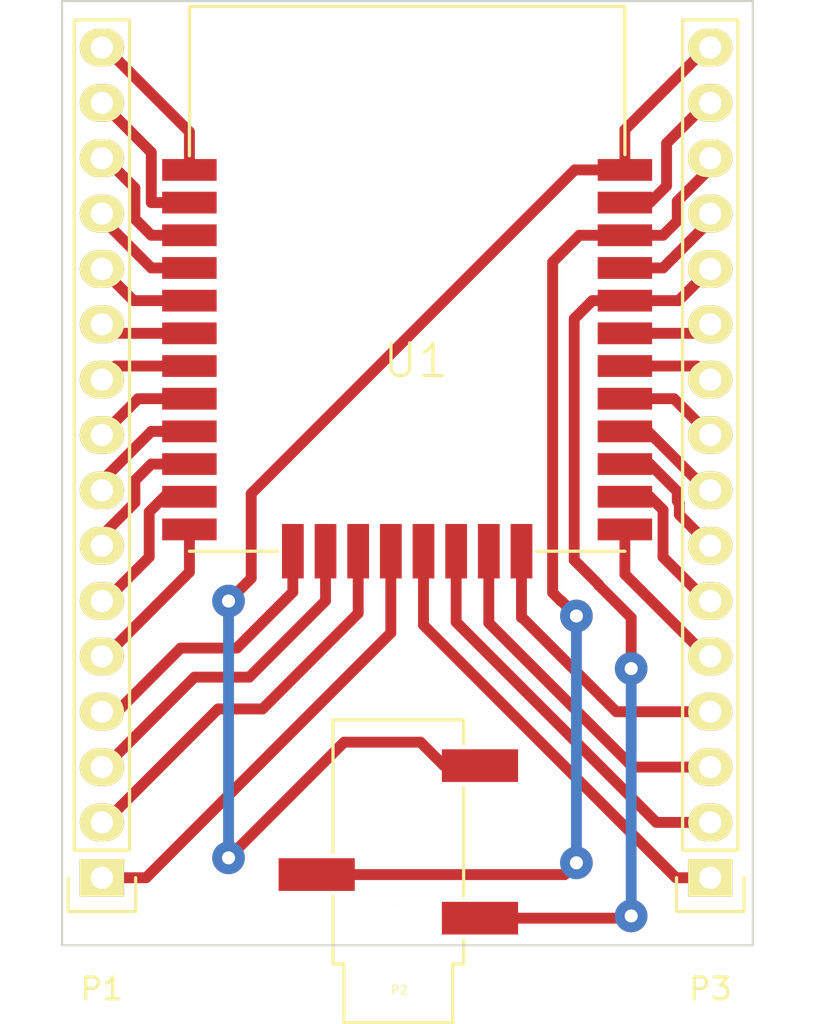
<source format=kicad_pcb>
(kicad_pcb (version 20160815) (host pcbnew 4.1.0-alpha+201608211231+7083~46~ubuntu16.04.1-product)

  (general
    (links 35)
    (no_connects 0)
    (area 142.901199 85.446399 174.725801 128.878801)
    (thickness 1.6)
    (drawings 4)
    (tracks 154)
    (zones 0)
    (modules 4)
    (nets 33)
  )

  (page A4)
  (layers
    (0 F.Cu signal)
    (31 B.Cu signal)
    (32 B.Adhes user)
    (33 F.Adhes user)
    (34 B.Paste user)
    (35 F.Paste user)
    (36 B.SilkS user)
    (37 F.SilkS user)
    (38 B.Mask user)
    (39 F.Mask user)
    (40 Dwgs.User user)
    (41 Cmts.User user)
    (42 Eco1.User user)
    (43 Eco2.User user)
    (44 Edge.Cuts user)
    (45 Margin user)
    (46 B.CrtYd user)
    (47 F.CrtYd user)
    (48 B.Fab user)
    (49 F.Fab user)
  )

  (setup
    (last_trace_width 0.5)
    (trace_clearance 0.25)
    (zone_clearance 0.508)
    (zone_45_only no)
    (trace_min 0.2)
    (segment_width 0.2)
    (edge_width 0.1)
    (via_size 1.5)
    (via_drill 0.6)
    (via_min_size 0.4)
    (via_min_drill 0.3)
    (uvia_size 0.3)
    (uvia_drill 0.1)
    (uvias_allowed no)
    (uvia_min_size 0.2)
    (uvia_min_drill 0.1)
    (pcb_text_width 0.3)
    (pcb_text_size 1.5 1.5)
    (mod_edge_width 0.15)
    (mod_text_size 1 1)
    (mod_text_width 0.15)
    (pad_size 2.032 1.7272)
    (pad_drill 1.016)
    (pad_to_mask_clearance 0)
    (aux_axis_origin 0 0)
    (visible_elements FFFFFF7F)
    (pcbplotparams
      (layerselection 0x00030_80000001)
      (usegerberextensions false)
      (excludeedgelayer true)
      (linewidth 0.600000)
      (plotframeref false)
      (viasonmask false)
      (mode 1)
      (useauxorigin false)
      (hpglpennumber 1)
      (hpglpenspeed 20)
      (hpglpendiameter 15)
      (psnegative false)
      (psa4output false)
      (plotreference true)
      (plotvalue true)
      (plotinvisibletext false)
      (padsonsilk false)
      (subtractmaskfromsilk false)
      (outputformat 1)
      (mirror false)
      (drillshape 1)
      (scaleselection 1)
      (outputdirectory ""))
  )

  (net 0 "")
  (net 1 "Net-(P1-Pad1)")
  (net 2 "Net-(P1-Pad2)")
  (net 3 "Net-(P1-Pad3)")
  (net 4 "Net-(P1-Pad4)")
  (net 5 "Net-(P1-Pad5)")
  (net 6 "Net-(P1-Pad6)")
  (net 7 "Net-(P1-Pad7)")
  (net 8 "Net-(P1-Pad8)")
  (net 9 "Net-(P1-Pad9)")
  (net 10 "Net-(P1-Pad10)")
  (net 11 "Net-(P1-Pad11)")
  (net 12 "Net-(P1-Pad12)")
  (net 13 "Net-(P1-Pad13)")
  (net 14 "Net-(P1-Pad14)")
  (net 15 "Net-(P1-Pad15)")
  (net 16 "Net-(P1-Pad16)")
  (net 17 "Net-(P2-Pad5)")
  (net 18 "Net-(P2-Pad2)")
  (net 19 "Net-(P2-Pad1)")
  (net 20 "Net-(P3-Pad1)")
  (net 21 "Net-(P3-Pad2)")
  (net 22 "Net-(P3-Pad3)")
  (net 23 "Net-(P3-Pad4)")
  (net 24 "Net-(P3-Pad5)")
  (net 25 "Net-(P3-Pad6)")
  (net 26 "Net-(P3-Pad7)")
  (net 27 "Net-(P3-Pad8)")
  (net 28 "Net-(P3-Pad9)")
  (net 29 "Net-(P3-Pad10)")
  (net 30 "Net-(P3-Pad11)")
  (net 31 "Net-(P3-Pad13)")
  (net 32 "Net-(P3-Pad15)")

  (net_class Default "This is the default net class."
    (clearance 0.25)
    (trace_width 0.5)
    (via_dia 1.5)
    (via_drill 0.6)
    (uvia_dia 0.3)
    (uvia_drill 0.1)
    (diff_pair_gap 0.25)
    (diff_pair_width 0.2)
    (add_net "Net-(P1-Pad1)")
    (add_net "Net-(P1-Pad10)")
    (add_net "Net-(P1-Pad11)")
    (add_net "Net-(P1-Pad12)")
    (add_net "Net-(P1-Pad13)")
    (add_net "Net-(P1-Pad14)")
    (add_net "Net-(P1-Pad15)")
    (add_net "Net-(P1-Pad16)")
    (add_net "Net-(P1-Pad2)")
    (add_net "Net-(P1-Pad3)")
    (add_net "Net-(P1-Pad4)")
    (add_net "Net-(P1-Pad5)")
    (add_net "Net-(P1-Pad6)")
    (add_net "Net-(P1-Pad7)")
    (add_net "Net-(P1-Pad8)")
    (add_net "Net-(P1-Pad9)")
    (add_net "Net-(P2-Pad1)")
    (add_net "Net-(P2-Pad2)")
    (add_net "Net-(P2-Pad5)")
    (add_net "Net-(P3-Pad1)")
    (add_net "Net-(P3-Pad10)")
    (add_net "Net-(P3-Pad11)")
    (add_net "Net-(P3-Pad13)")
    (add_net "Net-(P3-Pad15)")
    (add_net "Net-(P3-Pad2)")
    (add_net "Net-(P3-Pad3)")
    (add_net "Net-(P3-Pad4)")
    (add_net "Net-(P3-Pad5)")
    (add_net "Net-(P3-Pad6)")
    (add_net "Net-(P3-Pad7)")
    (add_net "Net-(P3-Pad8)")
    (add_net "Net-(P3-Pad9)")
  )

  (module Pin_Headers:Pin_Header_Straight_1x16 (layer F.Cu) (tedit 5673344E) (tstamp 55EC7A15)
    (at 144.78 125.73 180)
    (descr "Through hole pin header")
    (tags "pin header")
    (path /55EC634B)
    (fp_text reference P1 (at 0 -5.1 180) (layer F.SilkS)
      (effects (font (size 1 1) (thickness 0.15)))
    )
    (fp_text value CONN_01X16 (at -0.2794 -4.318 180) (layer F.Fab)
      (effects (font (size 1 1) (thickness 0.15)))
    )
    (fp_line (start -1.75 -1.75) (end -1.75 39.85) (layer F.CrtYd) (width 0.05))
    (fp_line (start 1.75 -1.75) (end 1.75 39.85) (layer F.CrtYd) (width 0.05))
    (fp_line (start -1.75 -1.75) (end 1.75 -1.75) (layer F.CrtYd) (width 0.05))
    (fp_line (start -1.75 39.85) (end 1.75 39.85) (layer F.CrtYd) (width 0.05))
    (fp_line (start -1.27 1.27) (end -1.27 39.37) (layer F.SilkS) (width 0.15))
    (fp_line (start -1.27 39.37) (end 1.27 39.37) (layer F.SilkS) (width 0.15))
    (fp_line (start 1.27 39.37) (end 1.27 1.27) (layer F.SilkS) (width 0.15))
    (fp_line (start 1.55 -1.55) (end 1.55 0) (layer F.SilkS) (width 0.15))
    (fp_line (start 1.27 1.27) (end -1.27 1.27) (layer F.SilkS) (width 0.15))
    (fp_line (start -1.55 0) (end -1.55 -1.55) (layer F.SilkS) (width 0.15))
    (fp_line (start -1.55 -1.55) (end 1.55 -1.55) (layer F.SilkS) (width 0.15))
    (pad 1 thru_hole rect (at 0 0 180) (size 2.032 1.7272) (drill 1.016) (layers *.Cu *.Mask F.SilkS)
      (net 1 "Net-(P1-Pad1)"))
    (pad 2 thru_hole oval (at 0 2.54 180) (size 2.032 1.7272) (drill 1.016) (layers *.Cu *.Mask F.SilkS)
      (net 2 "Net-(P1-Pad2)"))
    (pad 3 thru_hole oval (at 0 5.08 180) (size 2.032 1.7272) (drill 1.016) (layers *.Cu *.Mask F.SilkS)
      (net 3 "Net-(P1-Pad3)"))
    (pad 4 thru_hole oval (at 0 7.62 180) (size 2.032 1.7272) (drill 1.016) (layers *.Cu *.Mask F.SilkS)
      (net 4 "Net-(P1-Pad4)"))
    (pad 5 thru_hole oval (at 0 10.16 180) (size 2.032 1.7272) (drill 1.016) (layers *.Cu *.Mask F.SilkS)
      (net 5 "Net-(P1-Pad5)"))
    (pad 6 thru_hole oval (at 0 12.7 180) (size 2.032 1.7272) (drill 1.016) (layers *.Cu *.Mask F.SilkS)
      (net 6 "Net-(P1-Pad6)"))
    (pad 7 thru_hole oval (at 0 15.24 180) (size 2.032 1.7272) (drill 1.016) (layers *.Cu *.Mask F.SilkS)
      (net 7 "Net-(P1-Pad7)"))
    (pad 8 thru_hole oval (at 0 17.78 180) (size 2.032 1.7272) (drill 1.016) (layers *.Cu *.Mask F.SilkS)
      (net 8 "Net-(P1-Pad8)"))
    (pad 9 thru_hole oval (at 0 20.32 180) (size 2.032 1.7272) (drill 1.016) (layers *.Cu *.Mask F.SilkS)
      (net 9 "Net-(P1-Pad9)"))
    (pad 10 thru_hole oval (at 0 22.86 180) (size 2.032 1.7272) (drill 1.016) (layers *.Cu *.Mask F.SilkS)
      (net 10 "Net-(P1-Pad10)"))
    (pad 11 thru_hole oval (at 0 25.4 180) (size 2.032 1.7272) (drill 1.016) (layers *.Cu *.Mask F.SilkS)
      (net 11 "Net-(P1-Pad11)"))
    (pad 12 thru_hole oval (at 0 27.94 180) (size 2.032 1.7272) (drill 1.016) (layers *.Cu *.Mask F.SilkS)
      (net 12 "Net-(P1-Pad12)"))
    (pad 13 thru_hole oval (at 0 30.48 180) (size 2.032 1.7272) (drill 1.016) (layers *.Cu *.Mask F.SilkS)
      (net 13 "Net-(P1-Pad13)"))
    (pad 14 thru_hole oval (at 0 33.02 180) (size 2.032 1.7272) (drill 1.016) (layers *.Cu *.Mask F.SilkS)
      (net 14 "Net-(P1-Pad14)"))
    (pad 15 thru_hole oval (at 0 35.56 180) (size 2.032 1.7272) (drill 1.016) (layers *.Cu *.Mask F.SilkS)
      (net 15 "Net-(P1-Pad15)"))
    (pad 16 thru_hole oval (at 0 38.1 180) (size 2.032 1.7272) (drill 1.016) (layers *.Cu *.Mask F.SilkS)
      (net 16 "Net-(P1-Pad16)"))
    (model Pin_Headers.3dshapes/Pin_Header_Straight_1x16.wrl
      (at (xyz 0 -0.75 0))
      (scale (xyz 1 1 1))
      (rotate (xyz 0 0 90))
    )
  )

  (module Pin_Headers:Pin_Header_Straight_1x16 (layer F.Cu) (tedit 56733455) (tstamp 55EC7A32)
    (at 172.72 125.73 180)
    (descr "Through hole pin header")
    (tags "pin header")
    (path /55EC639E)
    (fp_text reference P3 (at 0 -5.1 180) (layer F.SilkS)
      (effects (font (size 1 1) (thickness 0.15)))
    )
    (fp_text value CONN_01X16 (at 0 -3.1 180) (layer F.Fab)
      (effects (font (size 1 1) (thickness 0.15)))
    )
    (fp_line (start -1.75 -1.75) (end -1.75 39.85) (layer F.CrtYd) (width 0.05))
    (fp_line (start 1.75 -1.75) (end 1.75 39.85) (layer F.CrtYd) (width 0.05))
    (fp_line (start -1.75 -1.75) (end 1.75 -1.75) (layer F.CrtYd) (width 0.05))
    (fp_line (start -1.75 39.85) (end 1.75 39.85) (layer F.CrtYd) (width 0.05))
    (fp_line (start -1.27 1.27) (end -1.27 39.37) (layer F.SilkS) (width 0.15))
    (fp_line (start -1.27 39.37) (end 1.27 39.37) (layer F.SilkS) (width 0.15))
    (fp_line (start 1.27 39.37) (end 1.27 1.27) (layer F.SilkS) (width 0.15))
    (fp_line (start 1.55 -1.55) (end 1.55 0) (layer F.SilkS) (width 0.15))
    (fp_line (start 1.27 1.27) (end -1.27 1.27) (layer F.SilkS) (width 0.15))
    (fp_line (start -1.55 0) (end -1.55 -1.55) (layer F.SilkS) (width 0.15))
    (fp_line (start -1.55 -1.55) (end 1.55 -1.55) (layer F.SilkS) (width 0.15))
    (pad 1 thru_hole rect (at 0 0 180) (size 2.032 1.7272) (drill 1.016) (layers *.Cu *.Mask F.SilkS)
      (net 20 "Net-(P3-Pad1)"))
    (pad 2 thru_hole oval (at 0 2.54 180) (size 2.032 1.7272) (drill 1.016) (layers *.Cu *.Mask F.SilkS)
      (net 21 "Net-(P3-Pad2)"))
    (pad 3 thru_hole oval (at 0 5.08 180) (size 2.032 1.7272) (drill 1.016) (layers *.Cu *.Mask F.SilkS)
      (net 22 "Net-(P3-Pad3)"))
    (pad 4 thru_hole oval (at 0 7.62 180) (size 2.032 1.7272) (drill 1.016) (layers *.Cu *.Mask F.SilkS)
      (net 23 "Net-(P3-Pad4)"))
    (pad 5 thru_hole oval (at 0 10.16 180) (size 2.032 1.7272) (drill 1.016) (layers *.Cu *.Mask F.SilkS)
      (net 24 "Net-(P3-Pad5)"))
    (pad 6 thru_hole oval (at 0 12.7 180) (size 2.032 1.7272) (drill 1.016) (layers *.Cu *.Mask F.SilkS)
      (net 25 "Net-(P3-Pad6)"))
    (pad 7 thru_hole oval (at 0 15.24 180) (size 2.032 1.7272) (drill 1.016) (layers *.Cu *.Mask F.SilkS)
      (net 26 "Net-(P3-Pad7)"))
    (pad 8 thru_hole oval (at 0 17.78 180) (size 2.032 1.7272) (drill 1.016) (layers *.Cu *.Mask F.SilkS)
      (net 27 "Net-(P3-Pad8)"))
    (pad 9 thru_hole oval (at 0 20.32 180) (size 2.032 1.7272) (drill 1.016) (layers *.Cu *.Mask F.SilkS)
      (net 28 "Net-(P3-Pad9)"))
    (pad 10 thru_hole oval (at 0 22.86 180) (size 2.032 1.7272) (drill 1.016) (layers *.Cu *.Mask F.SilkS)
      (net 29 "Net-(P3-Pad10)"))
    (pad 11 thru_hole oval (at 0 25.4 180) (size 2.032 1.7272) (drill 1.016) (layers *.Cu *.Mask F.SilkS)
      (net 30 "Net-(P3-Pad11)"))
    (pad 12 thru_hole oval (at 0 27.94 180) (size 2.032 1.7272) (drill 1.016) (layers *.Cu *.Mask F.SilkS)
      (net 19 "Net-(P2-Pad1)"))
    (pad 13 thru_hole oval (at 0 30.48 180) (size 2.032 1.7272) (drill 1.016) (layers *.Cu *.Mask F.SilkS)
      (net 31 "Net-(P3-Pad13)"))
    (pad 14 thru_hole oval (at 0 33.02 180) (size 2.032 1.7272) (drill 1.016) (layers *.Cu *.Mask F.SilkS)
      (net 18 "Net-(P2-Pad2)"))
    (pad 15 thru_hole oval (at 0 35.56 180) (size 2.032 1.7272) (drill 1.016) (layers *.Cu *.Mask F.SilkS)
      (net 32 "Net-(P3-Pad15)"))
    (pad 16 thru_hole oval (at 0 38.1 180) (size 2.032 1.7272) (drill 1.016) (layers *.Cu *.Mask F.SilkS)
      (net 17 "Net-(P2-Pad5)"))
    (model Pin_Headers.3dshapes/Pin_Header_Straight_1x16.wrl
      (at (xyz 0 -0.75 0))
      (scale (xyz 1 1 1))
      (rotate (xyz 0 0 90))
    )
  )

  (module modules:MB-CM15113 (layer F.Cu) (tedit 567337EC) (tstamp 55EC7A56)
    (at 148.8 110.744)
    (path /55EC62E4)
    (fp_text reference U1 (at 10.4 -8.75) (layer F.SilkS)
      (effects (font (size 1.5 1.5) (thickness 0.15)))
    )
    (fp_text value MB-CM15113 (at 10 -13.45) (layer F.Fab)
      (effects (font (size 1.5 1.5) (thickness 0.15)))
    )
    (fp_line (start 20 -18.2) (end 20 -25) (layer F.SilkS) (width 0.15))
    (fp_line (start 20 -25) (end 0 -25) (layer F.SilkS) (width 0.15))
    (fp_line (start 0 -25) (end 0 -18.15) (layer F.SilkS) (width 0.15))
    (fp_line (start 20 0) (end 15.95 0) (layer F.SilkS) (width 0.15))
    (fp_line (start 0 0) (end 4.05 0) (layer F.SilkS) (width 0.15))
    (pad 1 smd rect (at 0 -17.5) (size 2.5 1) (layers F.Cu F.Paste F.Mask)
      (net 16 "Net-(P1-Pad16)"))
    (pad 2 smd rect (at 0 -16) (size 2.5 1) (layers F.Cu F.Paste F.Mask)
      (net 15 "Net-(P1-Pad15)"))
    (pad 3 smd rect (at 0 -14.5) (size 2.5 1) (layers F.Cu F.Paste F.Mask)
      (net 14 "Net-(P1-Pad14)"))
    (pad 4 smd rect (at 0 -13) (size 2.5 1) (layers F.Cu F.Paste F.Mask)
      (net 13 "Net-(P1-Pad13)"))
    (pad 5 smd rect (at 0 -11.5) (size 2.5 1) (layers F.Cu F.Paste F.Mask)
      (net 12 "Net-(P1-Pad12)"))
    (pad 6 smd rect (at 0 -10) (size 2.5 1) (layers F.Cu F.Paste F.Mask)
      (net 11 "Net-(P1-Pad11)"))
    (pad 7 smd rect (at 0 -8.5) (size 2.5 1) (layers F.Cu F.Paste F.Mask)
      (net 10 "Net-(P1-Pad10)"))
    (pad 8 smd rect (at 0 -7) (size 2.5 1) (layers F.Cu F.Paste F.Mask)
      (net 9 "Net-(P1-Pad9)"))
    (pad 9 smd rect (at 0 -5.5) (size 2.5 1) (layers F.Cu F.Paste F.Mask)
      (net 8 "Net-(P1-Pad8)"))
    (pad 10 smd rect (at 0 -4) (size 2.5 1) (layers F.Cu F.Paste F.Mask)
      (net 7 "Net-(P1-Pad7)"))
    (pad 11 smd rect (at 0 -2.5) (size 2.5 1) (layers F.Cu F.Paste F.Mask)
      (net 6 "Net-(P1-Pad6)"))
    (pad 12 smd rect (at 0 -1) (size 2.5 1) (layers F.Cu F.Paste F.Mask)
      (net 5 "Net-(P1-Pad5)"))
    (pad 13 smd rect (at 4.75 0) (size 1 2.5) (layers F.Cu F.Paste F.Mask)
      (net 4 "Net-(P1-Pad4)"))
    (pad 14 smd rect (at 6.25 0) (size 1 2.5) (layers F.Cu F.Paste F.Mask)
      (net 3 "Net-(P1-Pad3)"))
    (pad 15 smd rect (at 7.75 0) (size 1 2.5) (layers F.Cu F.Paste F.Mask)
      (net 2 "Net-(P1-Pad2)"))
    (pad 16 smd rect (at 9.25 0) (size 1 2.5) (layers F.Cu F.Paste F.Mask)
      (net 1 "Net-(P1-Pad1)"))
    (pad 17 smd rect (at 10.75 0) (size 1 2.5) (layers F.Cu F.Paste F.Mask)
      (net 20 "Net-(P3-Pad1)"))
    (pad 18 smd rect (at 12.25 0) (size 1 2.5) (layers F.Cu F.Paste F.Mask)
      (net 21 "Net-(P3-Pad2)"))
    (pad 19 smd rect (at 13.75 0) (size 1 2.5) (layers F.Cu F.Paste F.Mask)
      (net 22 "Net-(P3-Pad3)"))
    (pad 20 smd rect (at 15.25 0) (size 1 2.5) (layers F.Cu F.Paste F.Mask)
      (net 23 "Net-(P3-Pad4)"))
    (pad 32 smd rect (at 20 -17.5) (size 2.5 1) (layers F.Cu F.Paste F.Mask)
      (net 17 "Net-(P2-Pad5)"))
    (pad 31 smd rect (at 20 -16) (size 2.5 1) (layers F.Cu F.Paste F.Mask)
      (net 32 "Net-(P3-Pad15)"))
    (pad 30 smd rect (at 20 -14.5) (size 2.5 1) (layers F.Cu F.Paste F.Mask)
      (net 18 "Net-(P2-Pad2)"))
    (pad 29 smd rect (at 20 -13) (size 2.5 1) (layers F.Cu F.Paste F.Mask)
      (net 31 "Net-(P3-Pad13)"))
    (pad 28 smd rect (at 20 -11.5) (size 2.5 1) (layers F.Cu F.Paste F.Mask)
      (net 19 "Net-(P2-Pad1)"))
    (pad 27 smd rect (at 20 -10) (size 2.5 1) (layers F.Cu F.Paste F.Mask)
      (net 30 "Net-(P3-Pad11)"))
    (pad 26 smd rect (at 20 -8.5) (size 2.5 1) (layers F.Cu F.Paste F.Mask)
      (net 29 "Net-(P3-Pad10)"))
    (pad 25 smd rect (at 20 -7) (size 2.5 1) (layers F.Cu F.Paste F.Mask)
      (net 28 "Net-(P3-Pad9)"))
    (pad 24 smd rect (at 20 -5.5) (size 2.5 1) (layers F.Cu F.Paste F.Mask)
      (net 27 "Net-(P3-Pad8)"))
    (pad 23 smd rect (at 20 -4) (size 2.5 1) (layers F.Cu F.Paste F.Mask)
      (net 26 "Net-(P3-Pad7)"))
    (pad 22 smd rect (at 20 -2.5) (size 2.5 1) (layers F.Cu F.Paste F.Mask)
      (net 25 "Net-(P3-Pad6)"))
    (pad 21 smd rect (at 20 -1) (size 2.5 1) (layers F.Cu F.Paste F.Mask)
      (net 24 "Net-(P3-Pad5)"))
  )

  (module jacks:3.5mm_stereo_jack_PJ320B (layer F.Cu) (tedit 56E198E2) (tstamp 57DF0313)
    (at 158.3944 127.5842 180)
    (path /55EC6792)
    (fp_text reference P2 (at -0.05 -3.3 180) (layer F.SilkS)
      (effects (font (size 0.39878 0.39878) (thickness 0.0508)))
    )
    (fp_text value CONN_01X05 (at 0.11 2.15 270) (layer F.SilkS) hide
      (effects (font (thickness 0.3048)))
    )
    (fp_line (start 3 3) (end 3 9.1) (layer F.SilkS) (width 0.15))
    (fp_line (start 3 9.1) (end -3 9.1) (layer F.SilkS) (width 0.15))
    (fp_line (start -3 9.1) (end -3 8) (layer F.SilkS) (width 0.15))
    (fp_line (start -3 1) (end -3 6) (layer F.SilkS) (width 0.15))
    (fp_line (start -3 -1) (end -3 -2.1) (layer F.SilkS) (width 0.15))
    (fp_line (start -3 -2.1) (end -2.5 -2.1) (layer F.SilkS) (width 0.15))
    (fp_line (start -2.5 -2.1) (end -2.5 -4.8) (layer F.SilkS) (width 0.15))
    (fp_line (start -2.5 -4.8) (end 2.5 -4.8) (layer F.SilkS) (width 0.15))
    (fp_line (start 2.5 -4.8) (end 2.5 -2.1) (layer F.SilkS) (width 0.15))
    (fp_line (start 2.5 -2.1) (end 3 -2.1) (layer F.SilkS) (width 0.15))
    (fp_line (start 3 -2.1) (end 3 1) (layer F.SilkS) (width 0.15))
    (pad "" np_thru_hole circle (at 0 6 180) (size 1.2 1.2) (drill 1.2) (layers *.Cu *.Mask F.SilkS))
    (pad 5 smd rect (at -3.75 7 180) (size 3.5 1.5) (layers F.Cu F.Paste F.Mask)
      (net 17 "Net-(P2-Pad5)"))
    (pad 2 smd rect (at 3.75 2 180) (size 3.5 1.5) (layers F.Cu F.Paste F.Mask)
      (net 18 "Net-(P2-Pad2)"))
    (pad 1 smd rect (at -3.75 0 180) (size 3.5 1.5) (layers F.Cu F.Paste F.Mask)
      (net 19 "Net-(P2-Pad1)"))
    (pad "" np_thru_hole circle (at 0 0 180) (size 1.2 1.2) (drill 1.2) (layers *.Cu *.Mask F.SilkS))
  )

  (gr_line (start 142.9512 85.4964) (end 174.6758 85.4964) (angle 90) (layer Edge.Cuts) (width 0.1))
  (gr_line (start 142.9512 128.8288) (end 174.6758 128.8288) (angle 90) (layer Edge.Cuts) (width 0.1))
  (gr_line (start 142.9512 85.4964) (end 142.9512 128.8288) (angle 90) (layer Edge.Cuts) (width 0.1))
  (gr_line (start 174.6758 128.8034) (end 174.6758 85.4964) (angle 90) (layer Edge.Cuts) (width 0.1))

  (segment (start 144.78 125.73) (end 146.812 125.73) (width 0.5) (layer F.Cu) (net 1))
  (segment (start 146.812 125.73) (end 158.05 114.492) (width 0.5) (layer F.Cu) (net 1) (tstamp 57DF035A))
  (segment (start 158.05 110.744) (end 158.05 114.492) (width 0.5) (layer F.Cu) (net 1))
  (segment (start 144.78 125.73) (end 144.9324 125.73) (width 0.5) (layer F.Cu) (net 1))
  (segment (start 144.78 123.19) (end 144.907 123.19) (width 0.5) (layer F.Cu) (net 2))
  (segment (start 144.907 123.19) (end 150.114 117.983) (width 0.5) (layer F.Cu) (net 2) (tstamp 5674113C))
  (segment (start 150.114 117.983) (end 152.1587 117.983) (width 0.5) (layer F.Cu) (net 2) (tstamp 5674113D))
  (segment (start 152.1587 117.983) (end 156.55 113.5917) (width 0.5) (layer F.Cu) (net 2) (tstamp 56741141))
  (segment (start 156.55 113.5917) (end 156.55 110.744) (width 0.5) (layer F.Cu) (net 2))
  (segment (start 144.78 123.19) (end 144.9324 123.19) (width 0.5) (layer F.Cu) (net 2))
  (segment (start 144.78 120.65) (end 144.907 120.65) (width 0.5) (layer F.Cu) (net 3))
  (segment (start 144.907 120.65) (end 149.0345 116.5225) (width 0.5) (layer F.Cu) (net 3) (tstamp 56741134))
  (segment (start 149.0345 116.5225) (end 151.5491 116.5225) (width 0.5) (layer F.Cu) (net 3) (tstamp 56741135))
  (segment (start 144.9324 120.65) (end 144.78 120.65) (width 0.5) (layer F.Cu) (net 3))
  (segment (start 155.05 113.0216) (end 151.5491 116.5225) (width 0.5) (layer F.Cu) (net 3))
  (segment (start 155.05 110.744) (end 155.05 113.0216) (width 0.5) (layer F.Cu) (net 3))
  (segment (start 144.78 118.11) (end 145.4785 118.11) (width 0.5) (layer F.Cu) (net 4))
  (segment (start 145.4785 118.11) (end 148.3995 115.189) (width 0.5) (layer F.Cu) (net 4) (tstamp 56741227))
  (segment (start 148.3995 115.189) (end 150.9776 115.189) (width 0.5) (layer F.Cu) (net 4) (tstamp 56741228))
  (segment (start 144.78 118.11) (end 144.8435 118.11) (width 0.5) (layer F.Cu) (net 4))
  (segment (start 150.9776 115.189) (end 153.55 112.6166) (width 0.5) (layer F.Cu) (net 4) (tstamp 5674112F))
  (segment (start 144.78 118.11) (end 144.9324 118.11) (width 0.5) (layer F.Cu) (net 4))
  (segment (start 153.55 112.6166) (end 153.55 110.744) (width 0.5) (layer F.Cu) (net 4))
  (segment (start 145.161 115.3414) (end 145.0086 115.3414) (width 0.5) (layer F.Cu) (net 5))
  (segment (start 145.0086 115.3414) (end 144.78 115.57) (width 0.5) (layer F.Cu) (net 5))
  (segment (start 148.8 109.744) (end 148.8 111.7024) (width 0.5) (layer F.Cu) (net 5))
  (segment (start 148.8 111.7024) (end 145.161 115.3414) (width 0.5) (layer F.Cu) (net 5))
  (segment (start 146.9517 111.0107) (end 146.9517 108.942298) (width 0.5) (layer F.Cu) (net 6))
  (segment (start 146.9517 108.942298) (end 147.649998 108.244) (width 0.5) (layer F.Cu) (net 6))
  (segment (start 147.649998 108.244) (end 148.8 108.244) (width 0.5) (layer F.Cu) (net 6))
  (segment (start 144.9324 113.03) (end 146.9517 111.0107) (width 0.5) (layer F.Cu) (net 6))
  (segment (start 144.9324 113.03) (end 144.78 113.03) (width 0.5) (layer F.Cu) (net 6))
  (segment (start 144.78 110.49) (end 144.78 110.030835) (width 0.5) (layer F.Cu) (net 7))
  (segment (start 144.78 110.030835) (end 146.29601 108.514825) (width 0.5) (layer F.Cu) (net 7))
  (segment (start 146.29601 107.49799) (end 146.29601 108.514825) (width 0.5) (layer F.Cu) (net 7))
  (segment (start 148.8 106.744) (end 147.05 106.744) (width 0.5) (layer F.Cu) (net 7))
  (segment (start 147.05 106.744) (end 146.29601 107.49799) (width 0.5) (layer F.Cu) (net 7))
  (segment (start 148.8 105.244) (end 147.05 105.244) (width 0.5) (layer F.Cu) (net 8))
  (segment (start 144.78 107.514) (end 144.78 107.95) (width 0.5) (layer F.Cu) (net 8))
  (segment (start 147.05 105.244) (end 144.78 107.514) (width 0.5) (layer F.Cu) (net 8))
  (segment (start 148.8 103.744) (end 146.446 103.744) (width 0.5) (layer F.Cu) (net 9))
  (segment (start 146.446 103.744) (end 144.78 105.41) (width 0.5) (layer F.Cu) (net 9))
  (segment (start 148.8 102.244) (end 145.406 102.244) (width 0.5) (layer F.Cu) (net 10))
  (segment (start 145.406 102.244) (end 144.78 102.87) (width 0.5) (layer F.Cu) (net 10))
  (segment (start 148.8 100.744) (end 145.194 100.744) (width 0.5) (layer F.Cu) (net 11))
  (segment (start 145.194 100.744) (end 144.78 100.33) (width 0.5) (layer F.Cu) (net 11))
  (segment (start 148.8 99.244) (end 146.234 99.244) (width 0.5) (layer F.Cu) (net 12))
  (segment (start 146.234 99.244) (end 144.78 97.79) (width 0.5) (layer F.Cu) (net 12))
  (segment (start 148.8 97.744) (end 147.05 97.744) (width 0.5) (layer F.Cu) (net 13))
  (segment (start 147.05 97.744) (end 144.78 95.474) (width 0.5) (layer F.Cu) (net 13))
  (segment (start 144.78 95.474) (end 144.78 95.25) (width 0.5) (layer F.Cu) (net 13))
  (segment (start 148.8 96.244) (end 147.05 96.244) (width 0.5) (layer F.Cu) (net 14))
  (segment (start 146.29601 95.49001) (end 146.29601 94.07361) (width 0.5) (layer F.Cu) (net 14))
  (segment (start 147.05 96.244) (end 146.29601 95.49001) (width 0.5) (layer F.Cu) (net 14))
  (segment (start 146.29601 94.07361) (end 144.9324 92.71) (width 0.5) (layer F.Cu) (net 14))
  (segment (start 144.9324 92.71) (end 144.78 92.71) (width 0.5) (layer F.Cu) (net 14))
  (segment (start 148.8 94.744) (end 147.049999 94.743999) (width 0.5) (layer F.Cu) (net 15))
  (segment (start 147.049999 94.743999) (end 147.049999 92.439999) (width 0.5) (layer F.Cu) (net 15))
  (segment (start 147.049999 92.439999) (end 144.78 90.17) (width 0.5) (layer F.Cu) (net 15))
  (segment (start 148.8 93.244) (end 148.8 91.4976) (width 0.5) (layer F.Cu) (net 16))
  (segment (start 148.8 91.4976) (end 144.9324 87.63) (width 0.5) (layer F.Cu) (net 16))
  (segment (start 144.9324 87.63) (end 144.78 87.63) (width 0.5) (layer F.Cu) (net 16))
  (segment (start 162.1444 120.5842) (end 160.4876 120.5842) (width 0.5) (layer F.Cu) (net 17) (status C00000))
  (segment (start 160.4876 120.5842) (end 159.4104 119.507) (width 0.5) (layer F.Cu) (net 17) (tstamp 57DF038A) (status 400000))
  (segment (start 159.4104 119.507) (end 155.9052 119.507) (width 0.5) (layer F.Cu) (net 17) (tstamp 57DF038B))
  (segment (start 155.9052 119.507) (end 150.5966 124.8156) (width 0.5) (layer F.Cu) (net 17) (tstamp 57DF038C))
  (via (at 150.5966 124.8156) (size 1.5) (drill 0.6) (layers F.Cu B.Cu) (net 17))
  (segment (start 150.5966 124.8156) (end 150.5966 113.03) (width 0.5) (layer B.Cu) (net 17) (tstamp 57DF038F))
  (via (at 150.5966 113.03) (size 1.5) (drill 0.6) (layers F.Cu B.Cu) (net 17))
  (segment (start 150.5966 113.03) (end 151.638 111.9886) (width 0.5) (layer F.Cu) (net 17) (tstamp 57DF0392))
  (segment (start 151.638 111.9886) (end 151.638 108.1024) (width 0.5) (layer F.Cu) (net 17) (tstamp 57DF0393))
  (segment (start 151.638 108.1024) (end 166.4964 93.244) (width 0.5) (layer F.Cu) (net 17) (tstamp 57DF0394))
  (segment (start 166.4964 93.244) (end 168.8 93.244) (width 0.5) (layer F.Cu) (net 17) (tstamp 57DF0396) (status 800000))
  (segment (start 168.8 93.244) (end 168.8 91.3976) (width 0.5) (layer F.Cu) (net 17))
  (segment (start 168.8 91.3976) (end 172.5676 87.63) (width 0.5) (layer F.Cu) (net 17))
  (segment (start 172.5676 87.63) (end 172.72 87.63) (width 0.5) (layer F.Cu) (net 17))
  (segment (start 154.6444 125.5842) (end 166.0332 125.5842) (width 0.5) (layer F.Cu) (net 18) (status 400000))
  (segment (start 165.8874 113.03) (end 165.862 113.03) (width 0.5) (layer F.Cu) (net 18) (tstamp 57DF03AD))
  (segment (start 166.5732 113.7158) (end 165.8874 113.03) (width 0.5) (layer F.Cu) (net 18) (tstamp 57DF03AC))
  (via (at 166.5732 113.7158) (size 1.5) (drill 0.6) (layers F.Cu B.Cu) (net 18))
  (segment (start 166.5732 125.0442) (end 166.5732 113.7158) (width 0.5) (layer B.Cu) (net 18) (tstamp 57DF03A9))
  (via (at 166.5732 125.0442) (size 1.5) (drill 0.6) (layers F.Cu B.Cu) (net 18))
  (segment (start 166.0332 125.5842) (end 166.5732 125.0442) (width 0.5) (layer F.Cu) (net 18) (tstamp 57DF03A7))
  (segment (start 166.7095 96.244) (end 168.8 96.244) (width 0.5) (layer F.Cu) (net 18) (tstamp 567411F1))
  (segment (start 165.862 113.03) (end 165.481 112.649) (width 0.5) (layer F.Cu) (net 18) (tstamp 567411EE))
  (segment (start 165.481 112.649) (end 165.481 97.4725) (width 0.5) (layer F.Cu) (net 18) (tstamp 567411EF))
  (segment (start 165.481 97.4725) (end 166.7095 96.244) (width 0.5) (layer F.Cu) (net 18) (tstamp 567411F0))
  (segment (start 172.72 92.71) (end 172.72 93.169165) (width 0.5) (layer F.Cu) (net 18))
  (segment (start 172.72 93.169165) (end 171.20399 94.685175) (width 0.5) (layer F.Cu) (net 18))
  (segment (start 171.20399 95.59001) (end 171.20399 94.685175) (width 0.5) (layer F.Cu) (net 18))
  (segment (start 168.8 96.244) (end 170.55 96.244) (width 0.5) (layer F.Cu) (net 18))
  (segment (start 170.55 96.244) (end 171.20399 95.59001) (width 0.5) (layer F.Cu) (net 18))
  (segment (start 167.5892 112.268) (end 167.5892 112.2934) (width 0.5) (layer F.Cu) (net 19))
  (segment (start 168.9862 127.5842) (end 162.1444 127.5842) (width 0.5) (layer F.Cu) (net 19) (tstamp 57DF03A4) (status 800000))
  (segment (start 169.0878 127.4826) (end 168.9862 127.5842) (width 0.5) (layer F.Cu) (net 19) (tstamp 57DF03A3))
  (via (at 169.0878 127.4826) (size 1.5) (drill 0.6) (layers F.Cu B.Cu) (net 19))
  (segment (start 169.0878 116.1288) (end 169.0878 127.4826) (width 0.5) (layer B.Cu) (net 19) (tstamp 57DF03A0))
  (via (at 169.0878 116.1288) (size 1.5) (drill 0.6) (layers F.Cu B.Cu) (net 19))
  (segment (start 169.0878 113.792) (end 169.0878 116.1288) (width 0.5) (layer F.Cu) (net 19) (tstamp 57DF039E))
  (segment (start 167.5892 112.2934) (end 169.0878 113.792) (width 0.5) (layer F.Cu) (net 19) (tstamp 57DF039D))
  (segment (start 167.3036 99.244) (end 168.8 99.244) (width 0.5) (layer F.Cu) (net 19) (tstamp 57DF034D))
  (segment (start 166.4716 100.076) (end 167.3036 99.244) (width 0.5) (layer F.Cu) (net 19) (tstamp 57DF034C))
  (segment (start 166.4716 111.1504) (end 166.4716 100.076) (width 0.5) (layer F.Cu) (net 19) (tstamp 57DF034B))
  (segment (start 167.5892 112.268) (end 166.4716 111.1504) (width 0.5) (layer F.Cu) (net 19) (tstamp 57DF039B))
  (segment (start 172.72 97.79) (end 171.266 99.244) (width 0.5) (layer F.Cu) (net 19))
  (segment (start 171.266 99.244) (end 168.8 99.244) (width 0.5) (layer F.Cu) (net 19))
  (segment (start 172.72 125.73) (end 171.1452 125.73) (width 0.5) (layer F.Cu) (net 20) (status 400000))
  (segment (start 159.55 114.1348) (end 159.55 110.744) (width 0.5) (layer F.Cu) (net 20) (tstamp 57DF0386) (status 800000))
  (segment (start 171.1452 125.73) (end 159.55 114.1348) (width 0.5) (layer F.Cu) (net 20) (tstamp 57DF0385))
  (segment (start 172.6565 125.73) (end 172.72 125.73) (width 0.5) (layer F.Cu) (net 20) (tstamp 56741171))
  (segment (start 172.72 123.19) (end 170.2435 123.19) (width 0.5) (layer F.Cu) (net 21))
  (segment (start 170.2435 123.19) (end 161.05 113.9965) (width 0.5) (layer F.Cu) (net 21) (tstamp 5674120E))
  (segment (start 161.05 110.744) (end 161.05 113.9965) (width 0.5) (layer F.Cu) (net 21))
  (segment (start 172.72 123.19) (end 171.831 123.19) (width 0.5) (layer F.Cu) (net 21))
  (segment (start 172.72 120.65) (end 169.164 120.65) (width 0.5) (layer F.Cu) (net 22))
  (segment (start 162.55 114.036) (end 162.55 110.744) (width 0.5) (layer F.Cu) (net 22) (tstamp 56741214))
  (segment (start 169.164 120.65) (end 162.55 114.036) (width 0.5) (layer F.Cu) (net 22) (tstamp 56741212))
  (segment (start 164.05 113.792) (end 164.084 113.792) (width 0.5) (layer F.Cu) (net 23))
  (segment (start 164.084 113.792) (end 168.402 118.11) (width 0.5) (layer F.Cu) (net 23) (tstamp 567411D0))
  (segment (start 164.05 113.7285) (end 164.05 113.792) (width 0.5) (layer F.Cu) (net 23))
  (segment (start 164.05 110.744) (end 164.05 113.7285) (width 0.5) (layer F.Cu) (net 23))
  (segment (start 172.72 118.11) (end 168.402 118.11) (width 0.5) (layer F.Cu) (net 23))
  (segment (start 172.72 115.57) (end 172.5676 115.57) (width 0.5) (layer F.Cu) (net 24))
  (segment (start 172.5676 115.57) (end 168.8 111.8024) (width 0.5) (layer F.Cu) (net 24))
  (segment (start 168.8 111.8024) (end 168.8 110.744) (width 0.5) (layer F.Cu) (net 24))
  (segment (start 168.8 110.744) (end 168.8 109.744) (width 0.5) (layer F.Cu) (net 24))
  (segment (start 168.8 108.244) (end 169.950002 108.244) (width 0.5) (layer F.Cu) (net 25))
  (segment (start 169.950002 108.244) (end 170.550001 108.843999) (width 0.5) (layer F.Cu) (net 25))
  (segment (start 170.550001 108.843999) (end 170.550001 111.012401) (width 0.5) (layer F.Cu) (net 25))
  (segment (start 170.550001 111.012401) (end 172.5676 113.03) (width 0.5) (layer F.Cu) (net 25))
  (segment (start 172.5676 113.03) (end 172.72 113.03) (width 0.5) (layer F.Cu) (net 25))
  (segment (start 171.300011 109.070011) (end 171.300011 108.533335) (width 0.5) (layer F.Cu) (net 26))
  (segment (start 171.300011 108.533335) (end 171.20399 108.437314) (width 0.5) (layer F.Cu) (net 26))
  (segment (start 168.8 106.744) (end 169.950002 106.744) (width 0.5) (layer F.Cu) (net 26))
  (segment (start 169.950002 106.744) (end 171.20399 107.997988) (width 0.5) (layer F.Cu) (net 26))
  (segment (start 171.20399 107.997988) (end 171.20399 108.437314) (width 0.5) (layer F.Cu) (net 26))
  (segment (start 171.300011 109.070011) (end 172.72 110.49) (width 0.5) (layer F.Cu) (net 26))
  (segment (start 172.72 107.95) (end 172.5676 107.95) (width 0.5) (layer F.Cu) (net 27))
  (segment (start 172.5676 107.95) (end 169.8616 105.244) (width 0.5) (layer F.Cu) (net 27))
  (segment (start 169.8616 105.244) (end 168.8 105.244) (width 0.5) (layer F.Cu) (net 27))
  (segment (start 168.8 103.744) (end 171.054 103.744) (width 0.5) (layer F.Cu) (net 28))
  (segment (start 171.054 103.744) (end 172.72 105.41) (width 0.5) (layer F.Cu) (net 28))
  (segment (start 172.72 102.87) (end 172.094 102.244) (width 0.5) (layer F.Cu) (net 29))
  (segment (start 172.094 102.244) (end 168.8 102.244) (width 0.5) (layer F.Cu) (net 29))
  (segment (start 168.8 100.744) (end 172.306 100.744) (width 0.5) (layer F.Cu) (net 30))
  (segment (start 172.306 100.744) (end 172.72 100.33) (width 0.5) (layer F.Cu) (net 30))
  (segment (start 168.8 97.744) (end 170.55 97.744) (width 0.5) (layer F.Cu) (net 31))
  (segment (start 170.55 97.744) (end 172.72 95.574) (width 0.5) (layer F.Cu) (net 31))
  (segment (start 172.72 95.574) (end 172.72 95.25) (width 0.5) (layer F.Cu) (net 31))
  (segment (start 170.7134 93.980602) (end 170.7134 92.0242) (width 0.5) (layer F.Cu) (net 32))
  (segment (start 170.7134 92.0242) (end 172.5676 90.17) (width 0.5) (layer F.Cu) (net 32))
  (segment (start 172.5676 90.17) (end 172.72 90.17) (width 0.5) (layer F.Cu) (net 32))
  (segment (start 169.950002 94.744) (end 170.7134 93.980602) (width 0.5) (layer F.Cu) (net 32))
  (segment (start 168.8 94.744) (end 169.950002 94.744) (width 0.5) (layer F.Cu) (net 32))

)

</source>
